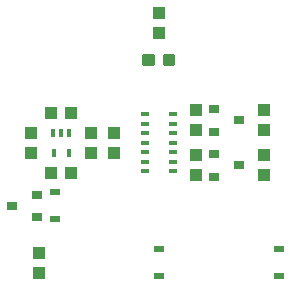
<source format=gtp>
G75*
%MOIN*%
%OFA0B0*%
%FSLAX25Y25*%
%IPPOS*%
%LPD*%
%AMOC8*
5,1,8,0,0,1.08239X$1,22.5*
%
%ADD10R,0.03937X0.04331*%
%ADD11R,0.03543X0.03150*%
%ADD12R,0.02598X0.01260*%
%ADD13R,0.04331X0.03937*%
%ADD14R,0.01575X0.02953*%
%ADD15R,0.01300X0.02700*%
%ADD16R,0.03268X0.02480*%
%ADD17C,0.01181*%
D10*
X0128333Y0288054D03*
X0128333Y0294746D03*
X0125833Y0328054D03*
X0125833Y0334746D03*
X0145833Y0334746D03*
X0145833Y0328054D03*
X0153333Y0328054D03*
X0153333Y0334746D03*
X0180833Y0335554D03*
X0180833Y0342246D03*
X0180833Y0327246D03*
X0180833Y0320554D03*
X0203333Y0320554D03*
X0203333Y0327246D03*
X0203333Y0335554D03*
X0203333Y0342246D03*
X0168333Y0368054D03*
X0168333Y0374746D03*
D11*
X0186896Y0342640D03*
X0186896Y0335160D03*
X0186896Y0327640D03*
X0186896Y0320160D03*
X0195164Y0323900D03*
X0195164Y0338900D03*
X0127770Y0314140D03*
X0127770Y0306660D03*
X0119503Y0310400D03*
D12*
X0163609Y0321951D03*
X0163609Y0325101D03*
X0163609Y0328250D03*
X0163609Y0331400D03*
X0163609Y0334550D03*
X0163609Y0337699D03*
X0163609Y0340849D03*
X0173058Y0340849D03*
X0173058Y0337699D03*
X0173058Y0334550D03*
X0173058Y0331400D03*
X0173058Y0328250D03*
X0173058Y0325101D03*
X0173058Y0321951D03*
D13*
X0139180Y0321400D03*
X0132487Y0321400D03*
X0132487Y0341400D03*
X0139180Y0341400D03*
D14*
X0138392Y0328152D03*
X0133274Y0328152D03*
D15*
X0133183Y0334650D03*
X0135833Y0334650D03*
X0138483Y0334650D03*
D16*
X0133833Y0314928D03*
X0133833Y0305872D03*
X0168333Y0295928D03*
X0168333Y0286872D03*
X0208333Y0286872D03*
X0208333Y0295928D03*
D17*
X0170408Y0357522D02*
X0170408Y0360278D01*
X0173164Y0360278D01*
X0173164Y0357522D01*
X0170408Y0357522D01*
X0170408Y0358644D02*
X0173164Y0358644D01*
X0173164Y0359766D02*
X0170408Y0359766D01*
X0163503Y0360278D02*
X0163503Y0357522D01*
X0163503Y0360278D02*
X0166259Y0360278D01*
X0166259Y0357522D01*
X0163503Y0357522D01*
X0163503Y0358644D02*
X0166259Y0358644D01*
X0166259Y0359766D02*
X0163503Y0359766D01*
M02*

</source>
